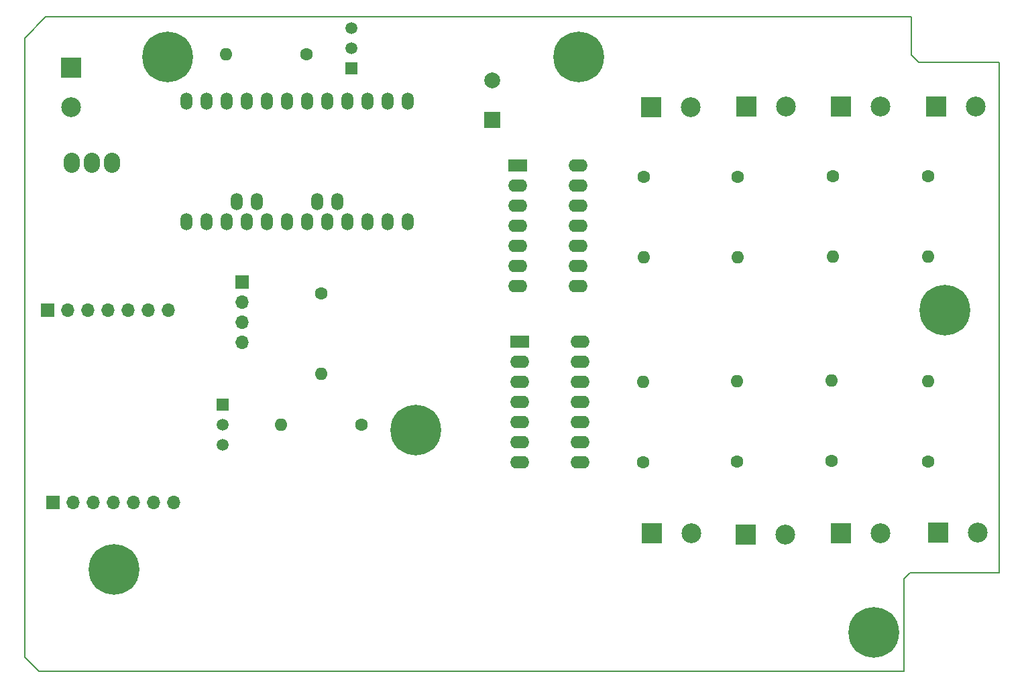
<source format=gbr>
%TF.GenerationSoftware,KiCad,Pcbnew,6.0.2+dfsg-1*%
%TF.CreationDate,2023-03-10T19:28:33+01:00*%
%TF.ProjectId,BtMusgo,42744d75-7367-46f2-9e6b-696361645f70,rev?*%
%TF.SameCoordinates,Original*%
%TF.FileFunction,Soldermask,Top*%
%TF.FilePolarity,Negative*%
%FSLAX46Y46*%
G04 Gerber Fmt 4.6, Leading zero omitted, Abs format (unit mm)*
G04 Created by KiCad (PCBNEW 6.0.2+dfsg-1) date 2023-03-10 19:28:33*
%MOMM*%
%LPD*%
G01*
G04 APERTURE LIST*
%TA.AperFunction,Profile*%
%ADD10C,0.150000*%
%TD*%
%ADD11C,6.400000*%
%ADD12C,0.800000*%
%ADD13R,1.700000X1.700000*%
%ADD14O,1.700000X1.700000*%
%ADD15O,1.501140X2.199640*%
%ADD16R,2.500000X2.500000*%
%ADD17C,2.500000*%
%ADD18C,1.520000*%
%ADD19R,1.520000X1.520000*%
%ADD20C,1.600000*%
%ADD21O,1.600000X1.600000*%
%ADD22R,2.400000X1.600000*%
%ADD23O,2.400000X1.600000*%
%ADD24O,2.032000X2.540000*%
%ADD25R,2.000000X2.000000*%
%ADD26C,2.000000*%
G04 APERTURE END LIST*
D10*
X236067600Y-74930000D02*
X235153200Y-74066400D01*
X246227600Y-74930000D02*
X236067600Y-74930000D01*
X234950000Y-139496979D02*
X234238800Y-140208179D01*
X246227600Y-139496979D02*
X234950000Y-139496979D01*
X125882384Y-69240400D02*
X235153955Y-69240400D01*
X125882400Y-69240400D02*
X123240800Y-71932800D01*
X123240800Y-150114000D02*
X123240800Y-71932800D01*
X125018800Y-151892000D02*
X123240800Y-150114000D01*
X234238906Y-151892000D02*
X125018800Y-151892000D01*
X234238800Y-140206234D02*
X234238800Y-151892000D01*
X246227600Y-74930000D02*
X246227600Y-139496979D01*
X235153200Y-69240400D02*
X235153200Y-74066400D01*
D11*
%TO.C,*%
X230428800Y-147015200D03*
D12*
X232828800Y-147015200D03*
X232125856Y-148712256D03*
X230428800Y-149415200D03*
X228731744Y-148712256D03*
X228028800Y-147015200D03*
X228731744Y-145318144D03*
X230428800Y-144615200D03*
X232125856Y-145318144D03*
%TD*%
D13*
%TO.C,J4*%
X150622000Y-102743000D03*
D14*
X150622000Y-105283000D03*
X150622000Y-107823000D03*
X150622000Y-110363000D03*
%TD*%
D15*
%TO.C,IC1*%
X152527000Y-92583000D03*
X149987000Y-92583000D03*
X171577000Y-79883000D03*
X169037000Y-79883000D03*
X166497000Y-79883000D03*
X163957000Y-79883000D03*
X161417000Y-79883000D03*
X158877000Y-79883000D03*
X156337000Y-79883000D03*
X153797000Y-79883000D03*
X151257000Y-79883000D03*
X148717000Y-79883000D03*
X146177000Y-79883000D03*
X143637000Y-79883000D03*
X143637000Y-95123000D03*
X146177000Y-95123000D03*
X148717000Y-95123000D03*
X151257000Y-95123000D03*
X153797000Y-95123000D03*
X156337000Y-95123000D03*
X158877000Y-95123000D03*
X161417000Y-95123000D03*
X163957000Y-95123000D03*
X166497000Y-95123000D03*
X169037000Y-95123000D03*
X171577000Y-95123000D03*
X160147000Y-92583000D03*
X162687000Y-92583000D03*
%TD*%
D11*
%TO.C,*%
X172618400Y-121462800D03*
D12*
X175018400Y-121462800D03*
X174315456Y-123159856D03*
X172618400Y-123862800D03*
X170921344Y-123159856D03*
X170218400Y-121462800D03*
X170921344Y-119765744D03*
X172618400Y-119062800D03*
X174315456Y-119765744D03*
%TD*%
D11*
%TO.C,*%
X239408000Y-106273600D03*
D12*
X241808000Y-106273600D03*
X241105056Y-107970656D03*
X239408000Y-108673600D03*
X237710944Y-107970656D03*
X237008000Y-106273600D03*
X237710944Y-104576544D03*
X239408000Y-103873600D03*
X241105056Y-104576544D03*
%TD*%
D11*
%TO.C,*%
X193171744Y-74299744D03*
D12*
X195571744Y-74299744D03*
X194868800Y-75996800D03*
X193171744Y-76699744D03*
X191474688Y-75996800D03*
X190771744Y-74299744D03*
X191474688Y-72602688D03*
X193171744Y-71899744D03*
X194868800Y-72602688D03*
%TD*%
D11*
%TO.C,REF\u002A\u002A*%
X134467600Y-139090400D03*
D12*
X136867600Y-139090400D03*
X136164656Y-140787456D03*
X134467600Y-141490400D03*
X132770544Y-140787456D03*
X132067600Y-139090400D03*
X132770544Y-137393344D03*
X134467600Y-136690400D03*
X136164656Y-137393344D03*
%TD*%
D16*
%TO.C,J1*%
X129032000Y-75645000D03*
D17*
X129032000Y-80645000D03*
%TD*%
D13*
%TO.C,J2*%
X126746000Y-130556000D03*
D14*
X129286000Y-130556000D03*
X131826000Y-130556000D03*
X134366000Y-130556000D03*
X136906000Y-130556000D03*
X139446000Y-130556000D03*
X141986000Y-130556000D03*
%TD*%
D13*
%TO.C,J3*%
X126111000Y-106299000D03*
D14*
X128651000Y-106299000D03*
X131191000Y-106299000D03*
X133731000Y-106299000D03*
X136271000Y-106299000D03*
X138811000Y-106299000D03*
X141351000Y-106299000D03*
%TD*%
D18*
%TO.C,Q1*%
X148209000Y-120777000D03*
X148209000Y-123317000D03*
D19*
X148209000Y-118237000D03*
%TD*%
D18*
%TO.C,Q2*%
X164465000Y-73152000D03*
X164465000Y-70612000D03*
D19*
X164465000Y-75692000D03*
%TD*%
D20*
%TO.C,R1*%
X165735000Y-120777000D03*
D21*
X155575000Y-120777000D03*
%TD*%
D20*
%TO.C,R2*%
X158750000Y-73914000D03*
D21*
X148590000Y-73914000D03*
%TD*%
D16*
%TO.C,R3*%
X226267000Y-134493000D03*
D17*
X231267000Y-134493000D03*
%TD*%
D16*
%TO.C,R4*%
X238522500Y-134429500D03*
D17*
X243522500Y-134429500D03*
%TD*%
D16*
%TO.C,R5*%
X202391000Y-134493000D03*
D17*
X207391000Y-134493000D03*
%TD*%
D16*
%TO.C,R6*%
X214202000Y-134683500D03*
D17*
X219202000Y-134683500D03*
%TD*%
D20*
%TO.C,R7*%
X225107500Y-125349000D03*
D21*
X225107500Y-115189000D03*
%TD*%
D20*
%TO.C,R8*%
X201295000Y-125476000D03*
D21*
X201295000Y-115316000D03*
%TD*%
D20*
%TO.C,R9*%
X213169500Y-125412500D03*
D21*
X213169500Y-115252500D03*
%TD*%
D20*
%TO.C,R10*%
X237236000Y-125412500D03*
D21*
X237236000Y-115252500D03*
%TD*%
D16*
%TO.C,R11*%
X226267000Y-80518000D03*
D17*
X231267000Y-80518000D03*
%TD*%
D16*
%TO.C,R12*%
X202264000Y-80645000D03*
D17*
X207264000Y-80645000D03*
%TD*%
D16*
%TO.C,R13*%
X214329000Y-80581500D03*
D17*
X219329000Y-80581500D03*
%TD*%
D16*
%TO.C,R14*%
X238315500Y-80581500D03*
D17*
X243315500Y-80581500D03*
%TD*%
D20*
%TO.C,R15*%
X225234500Y-89344500D03*
D21*
X225234500Y-99504500D03*
%TD*%
D20*
%TO.C,R16*%
X201358500Y-89471500D03*
D21*
X201358500Y-99631500D03*
%TD*%
D20*
%TO.C,R17*%
X213233000Y-89408000D03*
D21*
X213233000Y-99568000D03*
%TD*%
D20*
%TO.C,R18*%
X237236000Y-89344500D03*
D21*
X237236000Y-99504500D03*
%TD*%
D22*
%TO.C,U1*%
X185674000Y-110236000D03*
D23*
X193294000Y-125476000D03*
X185674000Y-112776000D03*
X193294000Y-122936000D03*
X185674000Y-115316000D03*
X193294000Y-120396000D03*
X185674000Y-117856000D03*
X193294000Y-117856000D03*
X185674000Y-120396000D03*
X193294000Y-115316000D03*
X185674000Y-122936000D03*
X193294000Y-112776000D03*
X185674000Y-125476000D03*
X193294000Y-110236000D03*
%TD*%
D22*
%TO.C,U2*%
X185420000Y-88011000D03*
D23*
X193040000Y-103251000D03*
X185420000Y-90551000D03*
X193040000Y-100711000D03*
X185420000Y-93091000D03*
X193040000Y-98171000D03*
X185420000Y-95631000D03*
X193040000Y-95631000D03*
X185420000Y-98171000D03*
X193040000Y-93091000D03*
X185420000Y-100711000D03*
X193040000Y-90551000D03*
X185420000Y-103251000D03*
X193040000Y-88011000D03*
%TD*%
D24*
%TO.C,U3*%
X131699000Y-87630000D03*
X129159000Y-87630000D03*
X134239000Y-87630000D03*
%TD*%
D11*
%TO.C,*%
X141224000Y-74269600D03*
D12*
X143624000Y-74269600D03*
X142921056Y-75966656D03*
X141224000Y-76669600D03*
X139526944Y-75966656D03*
X138824000Y-74269600D03*
X139526944Y-72572544D03*
X141224000Y-71869600D03*
X142921056Y-72572544D03*
%TD*%
D25*
%TO.C,C1*%
X182245000Y-82279500D03*
D26*
X182245000Y-77279500D03*
%TD*%
D20*
%TO.C,R19*%
X160629600Y-104140000D03*
D21*
X160629600Y-114300000D03*
%TD*%
M02*

</source>
